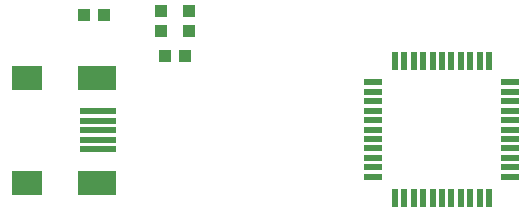
<source format=gtp>
G75*
G70*
%OFA0B0*%
%FSLAX24Y24*%
%IPPOS*%
%LPD*%
%AMOC8*
5,1,8,0,0,1.08239X$1,22.5*
%
%ADD10R,0.0591X0.0197*%
%ADD11R,0.0197X0.0591*%
%ADD12R,0.0984X0.0787*%
%ADD13R,0.1299X0.0787*%
%ADD14R,0.1220X0.0197*%
%ADD15R,0.0394X0.0433*%
%ADD16R,0.0433X0.0394*%
D10*
X012817Y003667D03*
X012817Y003982D03*
X012817Y004297D03*
X012817Y004612D03*
X012817Y004927D03*
X012817Y005242D03*
X012817Y005557D03*
X012817Y005872D03*
X012817Y006187D03*
X012817Y006502D03*
X012817Y006817D03*
X017384Y006817D03*
X017384Y006502D03*
X017384Y006187D03*
X017384Y005872D03*
X017384Y005557D03*
X017384Y005242D03*
X017384Y004927D03*
X017384Y004612D03*
X017384Y004297D03*
X017384Y003982D03*
X017384Y003667D03*
D11*
X016676Y002958D03*
X016361Y002958D03*
X016046Y002958D03*
X015731Y002958D03*
X015416Y002958D03*
X015101Y002958D03*
X014786Y002958D03*
X014471Y002958D03*
X014156Y002958D03*
X013841Y002958D03*
X013526Y002958D03*
X013526Y007525D03*
X013841Y007525D03*
X014156Y007525D03*
X014471Y007525D03*
X014786Y007525D03*
X015101Y007525D03*
X015416Y007525D03*
X015731Y007525D03*
X016046Y007525D03*
X016361Y007525D03*
X016676Y007525D03*
D12*
X001282Y003470D03*
X001282Y006974D03*
D13*
X003605Y006974D03*
X003605Y003470D03*
D14*
X003644Y004592D03*
X003644Y004907D03*
X003644Y005222D03*
X003644Y005537D03*
X003644Y005852D03*
D15*
X005748Y008523D03*
X006679Y008525D03*
X006679Y009194D03*
X005748Y009192D03*
D16*
X003843Y009060D03*
X003174Y009060D03*
X005869Y007695D03*
X006538Y007695D03*
M02*

</source>
